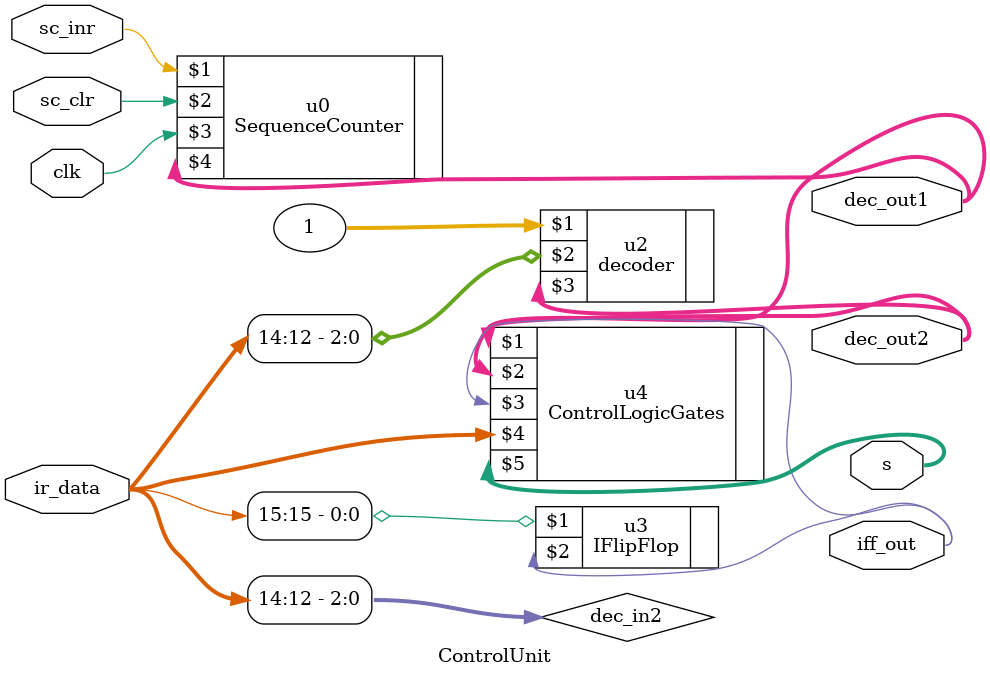
<source format=v>

module ControlUnit(sc_inr, sc_clr, ir_data, clk, s, dec_out1, dec_out2, iff_out);

input sc_inr, sc_clr, clk;
input [15:0] ir_data;
output [2:0] s;
output [7:0] dec_out1;
output [7:0] dec_out2;
output iff_out;

wire [2:0] dec_in2;

SequenceCounter u0(sc_inr, sc_clr, clk, dec_out1);

assign dec_in2 = {ir_data[14], ir_data[13], ir_data[12]};
decoder u2(1, dec_in2, dec_out2);

IFlipFlop u3(ir_data[15], iff_out);

ControlLogicGates u4(dec_out1, dec_out2, iff_out, ir_data, s);

endmodule

</source>
